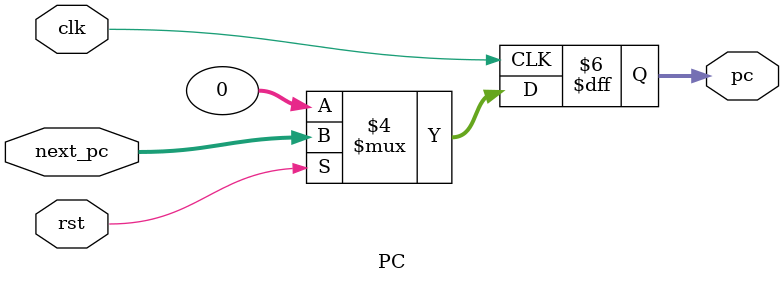
<source format=sv>
module PC (
    input clk, rst,
    input [31:0] next_pc,
        
    output reg [31:0] pc
);
    localparam reset_val = 32'b0;

    always_ff @(posedge clk) begin
        if (rst == 1'b0)
            pc <= reset_val;
        else
            pc <= next_pc;       
    end
endmodule

</source>
